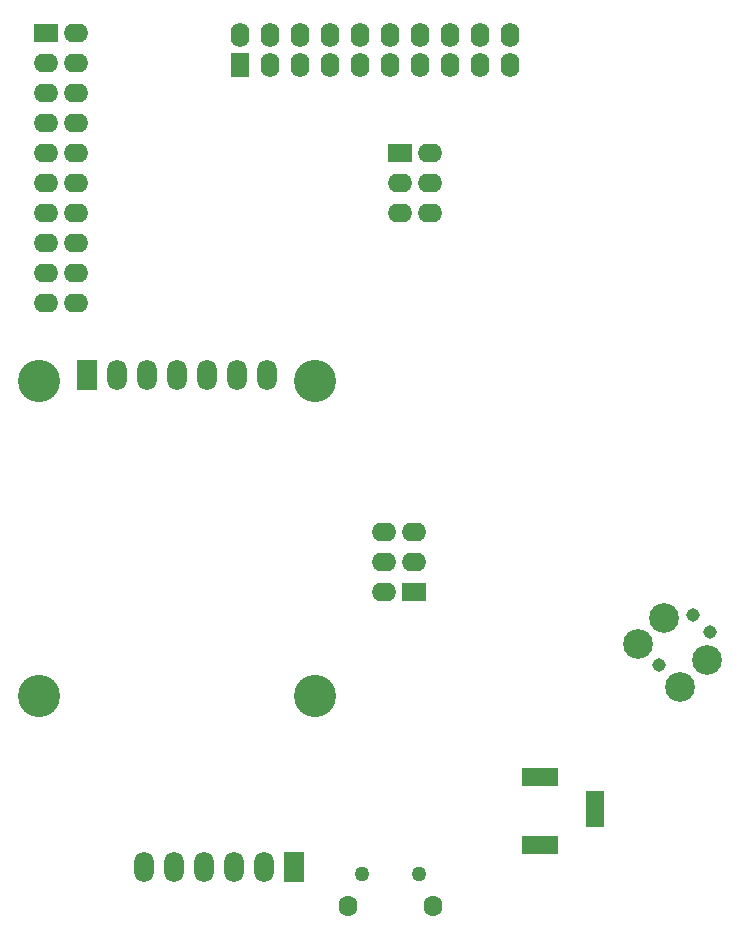
<source format=gbs>
G04*
G04 #@! TF.GenerationSoftware,Altium Limited,Altium Designer,19.0.15 (446)*
G04*
G04 Layer_Color=16711935*
%FSLAX25Y25*%
%MOIN*%
G70*
G01*
G75*
%ADD61O,0.06205X0.06992*%
%ADD62C,0.05024*%
%ADD63O,0.06598X0.10142*%
%ADD64R,0.06598X0.10142*%
%ADD65C,0.14079*%
%ADD66C,0.04500*%
%ADD67C,0.09949*%
%ADD68R,0.12110X0.06205*%
%ADD69R,0.06205X0.12110*%
%ADD70O,0.06205X0.08173*%
%ADD71R,0.06205X0.08173*%
%ADD72O,0.08173X0.06205*%
%ADD73R,0.08173X0.06205*%
D61*
X121752Y9669D02*
D03*
X150295D02*
D03*
D62*
X145571Y20276D02*
D03*
X126476Y20274D02*
D03*
D63*
X54787Y186669D02*
D03*
X44787D02*
D03*
X64787D02*
D03*
X84787D02*
D03*
X74787D02*
D03*
X94787D02*
D03*
X63787Y22669D02*
D03*
X73787D02*
D03*
X93787D02*
D03*
X83787D02*
D03*
X53787D02*
D03*
D64*
X34787Y186669D02*
D03*
X103787Y22669D02*
D03*
D65*
X18787Y184669D02*
D03*
X110787D02*
D03*
Y79669D02*
D03*
X18787D02*
D03*
D66*
X225484Y89902D02*
D03*
X236798Y106872D02*
D03*
X242455Y101215D02*
D03*
D67*
X218413Y96973D02*
D03*
X232555Y82830D02*
D03*
X227252Y105811D02*
D03*
X241394Y91669D02*
D03*
D68*
X185787Y30150D02*
D03*
Y52787D02*
D03*
D69*
X204095Y42158D02*
D03*
D70*
X175900Y300200D02*
D03*
X165900D02*
D03*
X155900D02*
D03*
X145900D02*
D03*
X135900D02*
D03*
X125900D02*
D03*
X115900D02*
D03*
X105900D02*
D03*
X95900D02*
D03*
X85900D02*
D03*
X95900Y290200D02*
D03*
X105900D02*
D03*
X115900D02*
D03*
X125900D02*
D03*
X135900D02*
D03*
X145900D02*
D03*
X155900D02*
D03*
X165900D02*
D03*
X175900D02*
D03*
D71*
X85900D02*
D03*
D72*
X31200Y210800D02*
D03*
Y220800D02*
D03*
Y230800D02*
D03*
Y240800D02*
D03*
Y250800D02*
D03*
Y260800D02*
D03*
Y270800D02*
D03*
Y280800D02*
D03*
Y290800D02*
D03*
Y300800D02*
D03*
X21200Y290800D02*
D03*
Y280800D02*
D03*
Y270800D02*
D03*
Y260800D02*
D03*
Y250800D02*
D03*
Y240800D02*
D03*
Y230800D02*
D03*
Y220800D02*
D03*
Y210800D02*
D03*
X139087Y240569D02*
D03*
Y250569D02*
D03*
X149087Y260569D02*
D03*
Y250569D02*
D03*
Y240569D02*
D03*
X134000Y134500D02*
D03*
Y124500D02*
D03*
Y114500D02*
D03*
X144000Y124500D02*
D03*
Y134500D02*
D03*
D73*
X21200Y300800D02*
D03*
X139087Y260569D02*
D03*
X144000Y114500D02*
D03*
M02*

</source>
